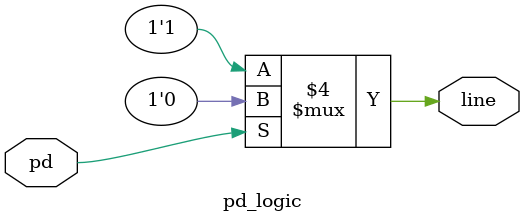
<source format=v>
`timescale 1ns / 1ps

module pd_logic(
	input pd,
	output reg line
    );

	initial begin
		line = 1'b1;
		#10000000;
	end

//pullup u0(line);
//
//assign line = pd ? 1'b0 : 1'bz;

	always@(*) begin
		case(pd)
			1'b1 : line = #1 1'b0;  // make the delay weird ;) so it's easy to trace
			default : line = #1 1'b1;
		endcase
	end

endmodule

</source>
